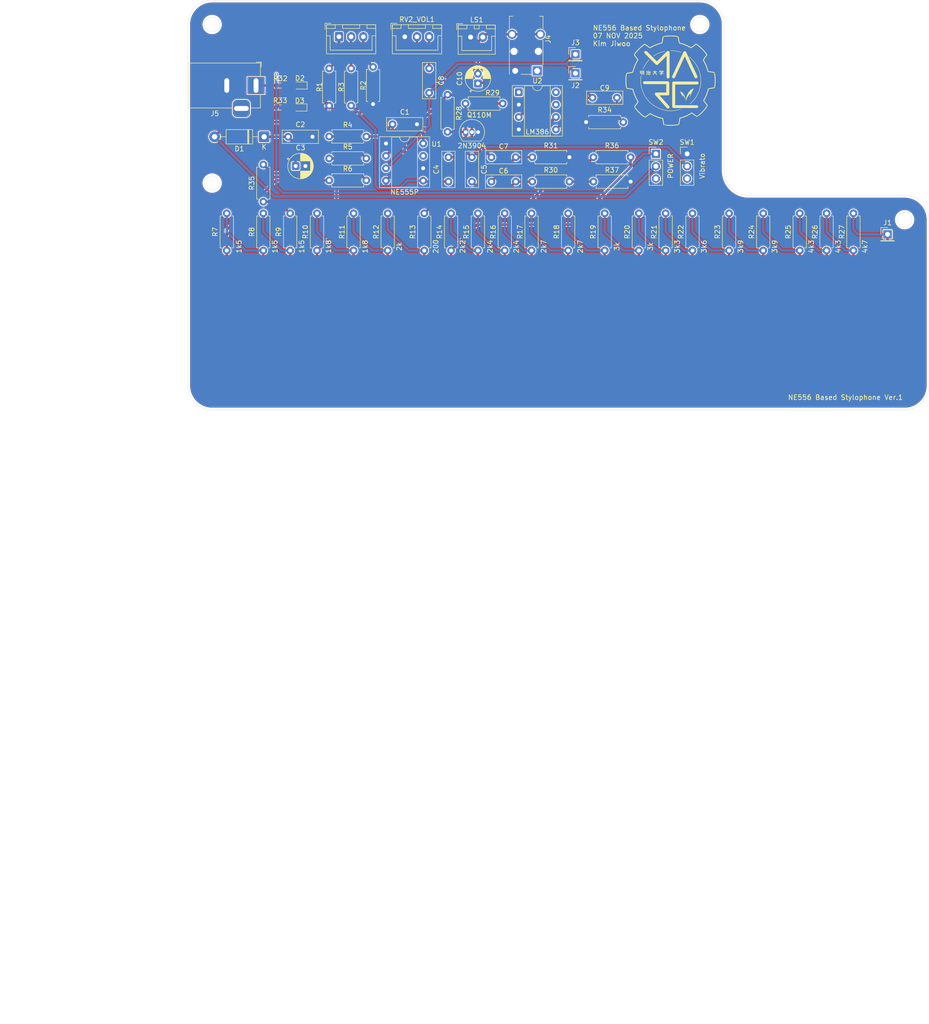
<source format=kicad_pcb>
(kicad_pcb (version 20241229) (generator "pcbnew") (generator_version "9.0")
  (layers (0 "F.Cu" signal) (2 "B.Cu" signal) (13 "F.Paste" user) (15 "B.Paste" user) (5 "F.SilkS" user "F.Silkscreen") (7 "B.SilkS" user "B.Silkscreen") (1 "F.Mask" user) (3 "B.Mask" user) (25 "Edge.Cuts" user))
  (net 0 "")
  (net 1 "Net-(U1-TR)")
  (net 2 "GND")
  (net 3 "Net-(D1-K)")
  (net 4 "Net-(Q1-C)")
  (net 5 "Net-(U1-CV)")
  (net 6 "Net-(C5-Pad2)")
  (net 7 "Net-(C6-Pad2)")
  (net 8 "Net-(Q1-B)")
  (net 9 "Net-(C8-Pad1)")
  (net 10 "Net-(J2-Pin_1)")
  (net 11 "Net-(C10-Pad1)")
  (net 12 "Net-(C10-Pad2)")
  (net 13 "+5V")
  (net 14 "Net-(D2-A)")
  (net 15 "Net-(D3-A)")
  (net 17 "Net-(SW2-A)")
  (net 18 "Net-(R1-Pad2)")
  (net 19 "Net-(R2-Pad1)")
  (net 20 "Net-(R3-Pad1)")
  (net 21 "Net-(R4-Pad1)")
  (net 22 "Net-(R5-Pad1)")
  (net 23 "/Key1")
  (net 24 "/Key2")
  (net 25 "/Key22")
  (net 26 "/Key3")
  (net 27 "/Key4")
  (net 28 "/Key5")
  (net 29 "/Key6")
  (net 30 "/Key7")
  (net 31 "/Key8")
  (net 32 "/Key9")
  (net 33 "/Key10")
  (net 34 "/Key11")
  (net 35 "/Key12")
  (net 36 "/Key13")
  (net 37 "/Key14")
  (net 38 "/Key15")
  (net 39 "/Key16")
  (net 40 "/Key17")
  (net 41 "/Key18")
  (net 42 "/Key19")
  (net 43 "/Key20")
  (net 44 "Net-(U2-+)")
  (net 49 "Net-(C9-Pad1)")
  (net 50 "/Key21")
  (net 51 "Net-(R35-Pad1)")
  (net 52 "Net-(R30-Pad2)")
  (net 53 "Net-(R13-Pad2)")
  (footprint "Resistor_THT:R_Axial_DIN0207_L6.3mm_D2.5mm_P7.62mm_Horizontal" (layer "F.Cu") (at 111 96.31 90)
    (property "Reference" "R12")
    (property "Value" "2k")
  )
  (footprint "LOGO" (layer "F.Cu") (at 169 61.5)
    (property "Reference" "G***" (hide yes))
    (property "Value" "LOGO" (hide yes))
  )
  (footprint "Package_DIP:DIP-8_W7.62mm_Socket" (layer "F.Cu") (at 110.649775 74.38)
    (property "Reference" "U1")
    (property "Value" "NE555P")
  )
  (footprint "Resistor_THT:R_Axial_DIN0207_L6.3mm_D2.5mm_P7.62mm_Horizontal" (layer "F.Cu") (at 124 96.31 90)
    (property "Reference" "R14")
    (property "Value" "2k2")
  )
  (footprint "Resistor_THT:R_Axial_DIN0207_L6.3mm_D2.5mm_P7.62mm_Horizontal" (layer "F.Cu") (at 123.269775 64.38 -90)
    (property "Reference" "R28")
    (property "Value" "68k")
  )
  (footprint "Capacitor_THT:CP_Radial_D5.0mm_P2.00mm" (layer "F.Cu") (at 92.124888 79)
    (property "Reference" "C3")
    (property "Value" "100u")
  )
  (footprint "Connector_BarrelJack:BarrelJack_Horizontal" (layer "F.Cu") (at 84 62.5)
    (property "Reference" "J5")
    (property "Value" "Barrel_Jack")
  )
  (footprint "Resistor_THT:R_Axial_DIN0207_L6.3mm_D2.5mm_P7.62mm_Horizontal" (layer "F.Cu") (at 162.5 96.31 90)
    (property "Reference" "R20")
    (property "Value" "3k")
  )
  (footprint "Resistor_THT:R_Axial_DIN0207_L6.3mm_D2.5mm_P7.62mm_Horizontal" (layer "F.Cu") (at 99 77.44)
    (property "Reference" "R5")
    (property "Value" "12k")
  )
  (footprint "Package_TO_SOT_THT:TO-92_Inline" (layer "F.Cu") (at 126.999775 72.05)
    (property "Reference" "Q1")
    (property "Value" "2N3904")
  )
  (footprint "Capacitor_THT:C_Rect_L7.2mm_W2.5mm_P5.00mm_FKS2_FKP2_MKS2_MKP2" (layer "F.Cu") (at 158 65 180)
    (property "Reference" "C9")
    (property "Value" "1u")
  )
  (footprint "Connector_PinHeader_2.54mm:PinHeader_1x01_P2.54mm_Vertical" (layer "F.Cu") (at 149.5 60)
    (property "Reference" "J2")
    (property "Value" "Stylus")
  )
  (footprint "Resistor_THT:R_Axial_DIN0207_L6.3mm_D2.5mm_P7.62mm_Horizontal" (layer "F.Cu") (at 173.5 96.31 90)
    (property "Reference" "R22")
    (property "Value" "3k6")
  )
  (footprint "Resistor_THT:R_Axial_DIN0207_L6.3mm_D2.5mm_P7.62mm_Horizontal" (layer "F.Cu") (at 129.5 96.31 90)
    (property "Reference" "R15")
    (property "Value" "2k4")
  )
  (footprint "Resistor_THT:R_Axial_DIN0207_L6.3mm_D2.5mm_P7.62mm_Horizontal" (layer "F.Cu") (at 85.5 86.31 90)
    (property "Reference" "R35")
    (property "Value" "100")
  )
  (footprint "Connector_JST:JST_XH_B3B-XH-A_1x03_P2.50mm_Vertical" (layer "F.Cu") (at 114.5 52.5)
    (property "Reference" "RV2_VOL1")
    (property "Value" "10k")
  )
  (footprint "Resistor_THT:R_Axial_DIN0207_L6.3mm_D2.5mm_P7.62mm_Horizontal" (layer "F.Cu") (at 99 81.94)
    (property "Reference" "R6")
    (property "Value" "560")
  )
  (footprint "Resistor_THT:R_Axial_DIN0207_L6.3mm_D2.5mm_P7.62mm_Horizontal" (layer "F.Cu") (at 201 96.31 90)
    (property "Reference" "R26")
    (property "Value" "4k3")
  )
  (footprint "Package_DIP:DIP-8_W7.62mm_Socket" (layer "F.Cu") (at 137.88 63.88)
    (property "Reference" "U2")
    (property "Value" "LM386")
  )
  (footprint "Resistor_THT:R_Axial_DIN0207_L6.3mm_D2.5mm_P7.62mm_Horizontal" (layer "F.Cu") (at 153.19 77.19)
    (property "Reference" "R36")
    (property "Value" "2k")
  )
  (footprint "Resistor_THT:R_Axial_DIN0207_L6.3mm_D2.5mm_P7.62mm_Horizontal" (layer "F.Cu") (at 140.5 96.31 90)
    (property "Reference" "R17")
    (property "Value" "2k7")
  )
  (footprint "Resistor_THT:R_Axial_DIN0207_L6.3mm_D2.5mm_P7.62mm_Horizontal" (layer "F.Cu") (at 99 66.62 90)
    (property "Reference" "R1")
    (property "Value" "1k")
  )
  (footprint "Capacitor_THT:C_Rect_L7.2mm_W2.5mm_P5.00mm_FKS2_FKP2_MKS2_MKP2" (layer "F.Cu") (at 90.58 73)
    (property "Reference" "C2")
    (property "Value" "0.1u")
  )
  (footprint "Capacitor_THT:C_Rect_L7.2mm_W2.5mm_P5.00mm_FKS2_FKP2_MKS2_MKP2" (layer "F.Cu") (at 112 70.44)
    (property "Reference" "C1")
    (property "Value" "1u")
  )
  (footprint "Diode_THT:D_DO-41_SOD81_P10.16mm_Horizontal" (layer "F.Cu") (at 85.66 73 180)
    (property "Reference" "D1")
    (property "Value" "1N4007")
  )
  (footprint "Resistor_THT:R_Axial_DIN0207_L6.3mm_D2.5mm_P7.62mm_Horizontal" (layer "F.Cu") (at 159.31 70 180)
    (property "Reference" "R34")
    (property "Value" "10R")
  )
  (footprint "Resistor_THT:R_Axial_DIN0207_L6.3mm_D2.5mm_P7.62mm_Horizontal" (layer "F.Cu") (at 153.19 82.19)
    (property "Reference" "R37")
    (property "Value" "2k")
  )
  (footprint "Capacitor_THT:C_Rect_L7.2mm_W2.5mm_P5.00mm_FKS2_FKP2_MKS2_MKP2" (layer "F.Cu") (at 137.269775 82.19 180)
    (property "Reference" "C6")
    (property "Value" "0.1u")
  )
  (footprint "Resistor_THT:R_Axial_DIN0207_L6.3mm_D2.5mm_P7.62mm_Horizontal" (layer "F.Cu") (at 188 96.31 90)
    (property "Reference" "R24")
    (property "Value" "3k9")
  )
  (footprint "Connector_PinHeader_2.54mm:PinHeader_1x01_P2.54mm_Vertical" (layer "F.Cu") (at 213.5 93)
    (property "Reference" "J1")
    (property "Value" "NULL")
  )
  (footprint "Connector_JST:JST_XH_B2B-XH-A_1x02_P2.50mm_Vertical" (layer "F.Cu") (at 128 52.58)
    (property "Reference" "LS1")
    (property "Value" "Speaker")
  )
  (footprint "LED_SMD:LED_0603_1608Metric" (layer "F.Cu") (at 92.9625 67 180)
    (property "Reference" "D3")
    (property "Value" "LED_BLU")
  )
  (footprint "Resistor_THT:R_Axial_DIN0207_L6.3mm_D2.5mm_P7.62mm_Horizontal" (layer "F.Cu") (at 104 96.31 90)
    (property "Reference" "R11")
    (property "Value" "1k8")
  )
  (footprint "Resistor_THT:R_Axial_DIN0207_L6.3mm_D2.5mm_P7.62mm_Horizontal" (layer "F.Cu") (at 206.5 96.31 90)
    (property "Reference" "R27")
    (property "Value" "4k7")
  )
  (footprint "Resistor_THT:R_Axial_DIN0207_L6.3mm_D2.5mm_P7.62mm_Horizontal" (layer "F.Cu") (at 96.5 96.31 90)
    (property "Reference" "R10")
    (property "Value" "1k8")
  )
  (footprint "Resistor_THT:R_Axial_DIN0207_L6.3mm_D2.5mm_P7.62mm_Horizontal" (layer "F.Cu") (at 135 96.31 90)
    (property "Reference" "R16")
    (property "Value" "2k4")
  )
  (footprint "Connector_PinHeader_2.54mm:PinHeader_1x03_P2.54mm_Vertical" (layer "F.Cu") (at 172.4 76.5)
    (property "Reference" "SW1")
    (property "Value" "Vibrato")
  )
  (footprint "Resistor_THT:R_Axial_DIN0207_L6.3mm_D2.5mm_P7.62mm_Horizontal" (layer "F.Cu") (at 181 96.31 90)
    (property "Reference" "R23")
    (property "Value" "3k9")
  )
  (footprint "Resistor_THT:R_Axial_DIN0207_L6.3mm_D2.5mm_P7.62mm_Horizontal" (layer "F.Cu") (at 91 96.31 90)
    (property "Reference" "R9")
    (property "Value" "1k5")
  )
  (footprint "Capacitor_THT:CP_Radial_D5.0mm_P2.00mm" (layer "F.Cu") (at 129.5 62.08 90)
    (property "Reference" "C10")
    (property "Value" "100u")
  )
  (footprint "Resistor_THT:R_Axial_DIN0207_L6.3mm_D2.5mm_P7.62mm_Horizontal" (layer "F.Cu") (at 103.5 59 -90)
    (property "Reference" "R3")
    (property "Value" "4k7")
  )
  (footprint "Resistor_THT:R_Axial_DIN0207_L6.3mm_D2.5mm_P7.62mm_Horizontal" (layer "F.Cu") (at 140.649775 82.19)
    (property "Reference" "R30")
    (property "Value" "58k")
  )
  (footprint "Connector_PinHeader_2.54mm:PinHeader_1x01_P2.54mm_Vertical" (layer "F.Cu") (at 149.5 56.09)
    (property "Reference" "J3")
    (property "Value" "Spare")
  )
  (footprint "Resistor_THT:R_Axial_DIN0207_L6.3mm_D2.5mm_P7.62mm_Horizontal" (layer "F.Cu") (at 126.959775 66.19)
    (property "Reference" "R29")
    (property "Value" "10M")
  )
  (footprint "Connector_JST:JST_XH_B3B-XH-A_1x03_P2.50mm_Vertical" (layer "F.Cu") (at 101 52.5)
    (property "Reference" "RV1_TONE1" (hide yes))
    (property "Value" "4k7")
  )
  (footprint "Resistor_THT:R_Axial_DIN0207_L6.3mm_D2.5mm_P7.62mm_Horizontal" (layer "F.Cu") (at 78 96.31 90)
    (property "Reference" "R7")
    (property "Value" "1k5")
  )
  (footprint "Resistor_THT:R_Axial_DIN0207_L6.3mm_D2.5mm_P7.62mm_Horizontal" (layer "F.Cu") (at 155.5 96.31 90)
    (property "Reference" "R19")
    (property "Value" "3k")
  )
  (footprint "Resistor_THT:R_Axial_DIN0207_L6.3mm_D2.5mm_P7.62mm_Horizontal" (layer "F.Cu") (at 85.5 96.31 90)
    (property "Reference" "R8")
    (property "Value" "1k5")
  )
  (footprint "Capacitor_THT:C_Rect_L7.2mm_W2.5mm_P5.00mm_FKS2_FKP2_MKS2_MKP2" (layer "F.Cu") (at 119.5 59 -90)
    (property "Reference" "C8")
    (property "Value" "1u")
  )
  (footprint "Resistor_THT:R_Axial_DIN0207_L6.3mm_D2.5mm_P7.62mm_Horizontal" (layer "F.Cu") (at 168 96.31 90)
    (property "Reference" "R21")
    (property "Value" "3k3")
  )
  (footprint "Capacitor_THT:C_Rect_L7.2mm_W2.5mm_P5.00mm_FKS2_FKP2_MKS2_MKP2" (layer "F.Cu") (at 137.269775 77.19 180)
    (property "Reference" "C7")
    (property "Value" "0.1u")
  )
  (footprint "Resistor_THT:R_Axial_DIN0207_L6.3mm_D2.5mm_P7.62mm_Horizontal" (layer "F.Cu") (at 99 72.94)
    (property "Reference" "R4")
    (property "Value" "12k")
  )
  (footprint "Capacitor_THT:C_Rect_L7.2mm_W2.5mm_P5.00mm_FKS2_FKP2_MKS2_MKP2" (layer "F.Cu") (at 128.269775 77.19 -90)
    (property "Reference" "C5")
    (property "Value" "0.1u")
  )
  (footprint "Resistor_THT:R_Axial_DIN0207_L6.3mm_D2.5mm_P7.62mm_Horizontal" (layer "F.Cu") (at 195.5 96.31 90)
    (property "Reference" "R25")
    (property "Value" "4k3")
  )
  (footprint "Capacitor_THT:C_Rect_L7.2mm_W2.5mm_P5.00mm_FKS2_FKP2_MKS2_MKP2" (layer "F.Cu") (at 123.459775 82.19 90)
    (property "Reference" "C4")
    (property "Value" "0.1u")
  )
  (footprint "Connector_PinHeader_2.54mm:PinHeader_1x03_P2.54mm_Vertical" (layer "F.Cu") (at 166 76.5)
    (property "Reference" "SW2")
    (property "Value" "POWER")
  )
  (footprint "Resistor_SMD:R_0603_1608Metric" (layer "F.Cu") (at 89 62.5)
    (property "Reference" "R32")
    (property "Value" "680")
  )
  (footprint "Connector_Audio:Jack_3.5mm_Switronic_ST-005-G_horizontal" (layer "F.Cu") (at 139.4 53 -90)
    (property "Reference" "J4")
    (property "Value" "AudioPlug3")
  )
  (footprint "Resistor_SMD:R_0603_1608Metric" (layer "F.Cu") (at 88.9625 67)
    (property "Reference" "R33")
    (property "Value" "220")
  )
  (footprint "LED_SMD:LED_0603_1608Metric" (layer "F.Cu") (at 93 62.5 180)
    (property "Reference" "D2")
    (property "Value" "LED_RED")
  )
  (footprint "Resistor_THT:R_Axial_DIN0207_L6.3mm_D2.5mm_P7.62mm_Horizontal" (layer "F.Cu") (at 118.5 96.31 90)
    (property "Reference" "R13")
    (property "Value" "200")
  )
  (footprint "Resistor_THT:R_Axial_DIN0207_L6.3mm_D2.5mm_P7.62mm_Horizontal" (layer "F.Cu") (at 108 58.69 -90)
    (property "Reference" "R2")
    (property "Value" "3k3")
  )
  (footprint "Resistor_THT:R_Axial_DIN0207_L6.3mm_D2.5mm_P7.62mm_Horizontal" (layer "F.Cu") (at 148 96.31 90)
    (property "Reference" "R18")
    (property "Value" "2k7")
  )
  (footprint "Resistor_THT:R_Axial_DIN0207_L6.3mm_D2.5mm_P7.62mm_Horizontal" (layer "F.Cu") (at 140.649775 77.19)
    (property "Reference" "R31")
    (property "Value" "68k")
  )
  (gr_line (start 75 129) (end 217 129) (stroke (width 0.05)) (layer "Edge.Cuts"))
  (gr_line (start 222 90) (end 222 124) (stroke (width 0.05)) (layer "Edge.Cuts"))
  (gr_arc (start 217 85) (mid 220.535534 86.464466) (end 222 90) (stroke (width 0.05)) (layer "Edge.Cuts"))
  (gr_arc (start 75 129) (mid 71.464466 127.535534) (end 70 124) (stroke (width 0.05)) (layer "Edge.Cuts"))
  (gr_circle (center 217 90) (end 217 88.5) (stroke (width 0.05)) (fill no) (layer "Edge.Cuts"))
  (gr_arc (start 185 85) (mid 181.464466 83.535534) (end 180 80) (stroke (width 0.05)) (layer "Edge.Cuts"))
  (gr_circle (center 175 50) (end 175 48.5) (stroke (width 0.05)) (fill no) (layer "Edge.Cuts"))
  (gr_line (start 217 85) (end 185 85) (stroke (width 0.05)) (layer "Edge.Cuts"))
  (gr_line (start 75 45) (end 175 45) (stroke (width 0.05)) (layer "Edge.Cuts"))
  (gr_line (start 70 124) (end 70 50) (stroke (width 0.05)) (layer "Edge.Cuts"))
  (gr_arc (start 222 124) (mid 220.535534 127.535534) (end 217 129) (stroke (width 0.05)) (layer "Edge.Cuts"))
  (gr_arc (start 175 45) (mid 178.535534 46.464466) (end 180 50) (stroke (width 0.05)) (layer "Edge.Cuts"))
  (gr_arc (start 70 50) (mid 71.464466 46.464466) (end 75 45) (stroke (width 0.05)) (layer "Edge.Cuts"))
  (gr_line (start 180 80) (end 180 50) (stroke (width 0.05)) (layer "Edge.Cuts"))
  (gr_circle (center 75 50) (end 76.5 50) (stroke (width 0.05)) (fill no) (layer "Edge.Cuts"))
  (gr_circle (center 75 82.5) (end 75 81) (stroke (width 0.05)) (fill no) (layer "Edge.Cuts"))
  (gr_text "NE556 Based Stylophone Ver.1" (at 193 127 0) (layer "F.SilkS") (effects (font (size 1 1)) (justify left bottom)))
  (gr_text "NE556 Based Stylophone\n07 NOV 2025\nKim Jiwoo" (at 153 54.5 0) (layer "F.SilkS") (effects (font (size 1 1)) (justify left bottom)))
  (segment (start 106.64 72.92) (end 106.62 72.94) (width 0.5) (layer "F.Cu") (net 1))
  (segment (start 110.629775 76.94) (end 110.649775 76.92) (width 0.5) (layer "F.Cu") (net 1))
  (segment (start 109.5 72.94) (end 112 70.44) (width 0.5) (layer "F.Cu") (net 1))
  (segment (start 112 70.44) (end 112 75.569775) (width 0.5) (layer "F.Cu") (net 1))
  (segment (start 112 75.569775) (end 110.649775 76.92) (width 0.5) (layer "F.Cu") (net 1))
  (segment (start 106.62 72.94) (end 109.5 72.94) (width 0.5) (layer "F.Cu") (net 1))
  (segment (start 87.662304 67.926) (end 87 67.263696) (width 0.5) (layer "F.Cu") (net 2))
  (segment (start 117 78.190225) (end 118.269775 79.46) (width 0.5) (layer "F.Cu") (net 2))
  (segment (start 92.824 67.926) (end 87.662304 67.926) (width 0.5) (layer "F.Cu") (net 2))
  (segment (start 93.75 67) (end 92.824 67.926) (width 0.5) (layer "F.Cu") (net 2))
  (segment (start 94.124888 74.455112) (end 95.58 73) (width 0.5) (layer "F.Cu") (net 2))
  (segment (start 91.5865 64.701) (end 87 64.701) (width 0.5) (layer "F.Cu") (net 2))
  (segment (start 117 70.44) (end 117 78.190225) (width 0.5) (layer "F.Cu") (net 2))
  (segment (start 87 67.263696) (end 87 64.701) (width 0.5) (layer "F.Cu") (net 2))
  (segment (start 80.201 64.701) (end 78 62.5) (width 0.5) (layer "F.Cu") (net 2))
  (segment (start 87 64.701) (end 80.201 64.701) (width 0.5) (layer "F.Cu") (net 2))
  (segment (start 93.7875 62.5) (end 91.5865 64.701) (width 0.5) (layer "F.Cu") (net 2))
  (segment (start 94.124888 79) (end 94.124888 74.455112) (width 0.5) (layer "F.Cu") (net 2))
  (segment (start 90.58 73) (end 92.08 74.5) (width 0.5) (layer "F.Cu") (net 3))
  (segment (start 92.08 74.5) (end 92.08 78.955112) (width 0.5) (layer "F.Cu") (net 3))
  (segment (start 85.66 73) (end 90.58 73) (width 0.5) (layer "F.Cu") (net 3))
  (segment (start 126.999775 75.92) (end 126.999775 72.05) (width 0.5) (layer "F.Cu") (net 4))
  (segment (start 128.269775 77.19) (end 126.999775 75.92) (width 0.5) (layer "F.Cu") (net 4))
  (segment (start 123.459775 77.19) (end 125.729775 77.19) (width 0.5) (layer "F.Cu") (net 4))
  (segment (start 125.729775 77.19) (end 126.999775 75.92) (width 0.5) (layer "F.Cu") (net 4))
  (segment (start 126.959775 66.19) (end 126.959775 72.01) (width 0.5) (layer "F.Cu") (net 4))
  (segment (start 123.269775 72) (end 126.949775 72) (width 0.5) (layer "F.Cu") (net 4))
  (segment (start 126.949775 72) (end 126.999775 72.05) (width 0.5) (layer "F.Cu") (net 4))
  (segment (start 126.959775 72.01) (end 126.999775 72.05) (width 0.5) (layer "F.Cu") (net 4))
  (segment (start 168.479 75.119) (end 130.340775 75.119) (width 0.5) (layer "B.Cu") (net 4))
  (segment (start 172.4 79.04) (end 168.479 75.119) (width 0.5) (layer "B.Cu") (net 4))
  (segment (start 130.340775 75.119) (end 128.269775 77.19) (width 0.5) (layer "B.Cu") (net 4))
  (segment (start 118.459775 82.19) (end 118.269775 82) (width 0.5) (layer "F.Cu") (net 5))
  (segment (start 123.459775 82.19) (end 118.459775 82.19) (width 0.5) (layer "F.Cu") (net 5))
  (segment (start 109 83.5) (end 113.5 83.5) (width 0.5) (layer "B.Cu") (net 5))
  (segment (start 108.5 83) (end 109 83.5) (width 0.5) (layer "B.Cu") (net 5))
  (segment (start 108.5 71.62) (end 108.5 83) (width 0.5) (layer "B.Cu") (net 5))
  (segment (start 115 82) (end 118.269775 82) (width 0.5) (layer "B.Cu") (net 5))
  (segment (start 103.5 66.62) (end 108.5 71.62) (width 0.5) (layer "B.Cu") (net 5))
  (segment (start 113.5 83.5) (end 115 82) (width 0.5) (layer "B.Cu") (net 5))
  (segment (start 135.959775 83.5) (end 137.269775 82.19) (width 0.5) (layer "F.Cu") (net 6))
  (segment (start 129.579775 83.5) (end 135.959775 83.5) (width 0.5) (layer "F.Cu") (net 6))
  (segment (start 140.649775 82.19) (end 137.269775 82.19) (width 0.5) (layer "F.Cu") (net 6))
  (segment (start 128.269775 82.19) (end 129.579775 83.5) (width 0.5) (layer "F.Cu") (net 6))
  (segment (start 132.269775 82.19) (end 137.269775 77.19) (width 0.5) (layer "F.Cu") (net 7))
  (segment (start 140.649775 77.19) (end 137.269775 77.19) (width 0.5) (layer "F.Cu") (net 7))
  (segment (start 128.269775 73.19) (end 132.269775 77.19) (width 0.5) (layer "F.Cu") (net 8))
  (segment (start 128.269775 72.05) (end 128.269775 73.19) (width 0.5) (layer "F.Cu") (net 8))
  (segment (start 128.269775 72.05) (end 128.269775 70.8) (width 0.5) (layer "F.Cu") (net 8))
  (segment (start 128.269775 70.8) (end 132.879775 66.19) (width 0.5) (layer "F.Cu") (net 8))
  (segment (start 132.879775 66.19) (end 134.579775 66.19) (width 0.5) (layer "F.Cu") (net 8))
  (segment (start 119.5 59) (end 119.5 52.5) (width 0.5) (layer "F.Cu") (net 9))
  (segment (start 125.401 58.099) (end 147.491 58.099) (width 0.5) (layer "B.Cu") (net 10))
  (segment (start 119.5 64) (end 119.5 70.609775) (width 0.5) (layer "B.Cu") (net 10))
  (segment (start 119.5 64) (end 125.401 58.099) (width 0.5) (layer "B.Cu") (net 10))
  (segment (start 147.491 58.099) (end 149.5 56.09) (width 0.5) (layer "B.Cu") (net 10))
  (segment (start 149.5 60) (end 147.599 58.099) (width 0.5) (layer "B.Cu") (net 10))
  (segment (start 119.5 70.609775) (end 110.649775 79.46) (width 0.5) (layer "B.Cu") (net 10))
  (segment (start 147.599 58.099) (end 147.491 58.099) (width 0.5) (layer "B.Cu") (net 10))
  (segment (start 149.928 61.928) (end 129.652 61.928) (width 0.5) (layer "F.Cu") (net 11))
  (segment (start 145.5 71.5) (end 152 65) (width 0.5) (layer "F.Cu") (net 11))
  (segment (start 129.652 61.928) (end 129.5 62.08) (width 0.5) (layer "F.Cu") (net 11))
  (segment (start 152 65) (end 153 65) (width 0.5) (layer "F.Cu") (net 11))
  (segment (start 153 65) (end 149.928 61.928) (width 0.5) (layer "F.Cu") (net 11))
  (segment (start 142.3 52) (end 136.5 52) (width 0.5) (layer "F.Cu") (net 12))
  (segment (start 129.5 53.58) (end 130.5 52.58) (width 0.5) (layer "F.Cu") (net 12))
  (segment (start 129.5 60.08) (end 129.5 53.58) (width 0.5) (layer "F.Cu") (net 12))
  (segment (start 136.5 52) (end 131.08 52) (width 0.5) (layer "F.Cu") (net 12))
  (segment (start 131.08 52) (end 130.5 52.58) (width 0.5) (layer "F.Cu") (net 12))
  (segment (start 98.38 66) (end 89.1375 66) (width 0.5) (layer "F.Cu") (net 13))
  (segment (start 75.5 73) (end 78.5 70) (width 0.5) (layer "F.Cu") (net 13))
  (segment (start 99 66.62) (end 98.38 66) (width 0.5) (layer "F.Cu") (net 13))
  (segment (start 136 64.38) (end 123.269775 64.38) (width 0.5) (layer "F.Cu") (net 13))
  (segment (start 100.38 68) (end 116.329182 68) (width 0.5) (layer "F.Cu") (net 13))
  (segment (start 118.269775 70.5) (end 118.269775 69.940594) (width 0.5) (layer "F.Cu") (net 13))
  (segment (start 144.249 70.211) (end 137.361818 70.211) (width 0.5) (layer "F.Cu") (net 13))
  (segment (start 118.269775 69.38) (end 118.269775 70.5) (width 0.5) (layer "F.Cu") (net 13))
  (segment (start 117.518181 69.189) (end 116.481818 69.189) (width 0.5) (layer "F.Cu") (net 13))
  (segment (start 118.269775 69.940594) (end 117.518181 69.189) (width 0.5) (layer "F.Cu") (net 13))
  (segment (start 118.269775 69.940593) (end 118.269775 74.38) (width 0.5) (layer "F.Cu") (net 13))
  (segment (start 118.269775 74.38) (end 118.269775 70.5) (width 0.5) (layer "F.Cu") (net 13))
  (segment (start 114.5 78.149775) (end 110.649775 82) (width 0.5) (layer "F.Cu") (net 13))
  (segment (start 123.269775 64.38) (end 118.269775 69.38) (width 0.5) (layer "F.Cu") (net 13))
  (segment (start 137.361818 70.211) (end 136 68.849182) (width 0.5) (layer "F.Cu") (net 13))
  (segment (start 116.481818 69.189) (end 114.5 71.170818) (width 0.5) (layer "F.Cu") (net 13))
  (segment (start 116.329182 68) (end 118.269775 69.940593) (width 0.5) (layer "F.Cu") (net 13))
  (segment (start 145.5 68.96) (end 144.249 70.211) (width 0.5) (layer "F.Cu") (net 13))
  (segment (start 136 68.849182) (end 136 64.38) (width 0.5) (layer "F.Cu") (net 13))
  (segment (start 114.5 71.170818) (end 114.5 78.149775) (width 0.5) (layer "F.Cu") (net 13))
  (segment (start 78.5 70) (end 95.62 70) (width 0.5) (layer "F.Cu") (net 13))
  (segment (start 95.62 70) (end 99 66.62) (width 0.5) (layer "F.Cu") (net 13))
  (segment (start 89.1375 66) (end 88.1375 67) (width 0.5) (layer "F.Cu") (net 13))
  (segment (start 99 66.62) (end 100.38 68) (width 0.5) (layer "F.Cu") (net 13))
  (segment (start 87.75 85.25) (end 159.79 85.25) (width 0.5) (layer "B.Cu") (net 13))
  (segment (start 159.79 85.25) (end 166 79.04) (width 0.5) (layer "B.Cu") (net 13))
  (segment (start 75.5 73) (end 87.75 85.25) (width 0.5) (layer "B.Cu") (net 13))
  (segment (start 89.825 62.5) (end 92.2125 62.5) (width 0.5) (layer "F.Cu") (net 14))
  (segment (start 89.7875 67) (end 92.175 67) (width 0.5) (layer "F.Cu") (net 15))
  (segment (start 84 62.5) (end 84.926 61.574) (width 0.5) (layer "F.Cu") (net 17))
  (segment (start 84 62.5) (end 88.175 62.5) (width 0.5) (layer "F.Cu") (net 17))
  (segment (start 88.175 62.5) (end 88.175 60.175) (width 0.5) (layer "F.Cu") (net 17))
  (via (at 88.175 60.175) (size 0.6) (drill 0.3) (layers "F.Cu" "B.Cu") (net 17))
  (segment (start 88.175 83.175) (end 89.5 84.5) (width 0.5) (layer "B.Cu") (net 17))
  (segment (start 163.5 76.5) (end 166 76.5) (width 0.5) (layer "B.Cu") (net 17))
  (segment (start 89.5 84.5) (end 155.5 84.5) (width 0.5) (layer "B.Cu") (net 17))
  (segment (start 155.5 84.5) (end 163.5 76.5) (width 0.5) (layer "B.Cu") (net 17))
  (segment (start 88.175 60.175) (end 88.175 83.175) (width 0.5) (layer "B.Cu") (net 17))
  (segment (start 101 52.5) (end 101 57) (width 0.5) (layer "F.Cu") (net 18))
  (segment (start 101 57) (end 99 59) (width 0.5) (layer "F.Cu") (net 18))
  (segment (start 106 52.5) (end 106 56.69) (width 0.5) (layer "F.Cu") (net 19))
  (segment (start 106 56.69) (end 108 58.69) (width 0.5) (layer "F.Cu") (net 19))
  (segment (start 103.5 59) (end 103.5 52.5) (width 0.5) (layer "F.Cu") (net 20))
  (segment (start 99 72.94) (end 102.12 72.94) (width 0.5) (layer "F.Cu") (net 21))
  (segment (start 102.12 72.94) (end 106.62 77.44) (width 0.5) (layer "F.Cu") (net 21))
  (segment (start 99 77.44) (end 102.12 77.44) (width 0.5) (layer "F.Cu") (net 22))
  (segment (start 102.12 77.44) (end 106.62 81.94) (width 0.5) (layer "F.Cu") (net 22))
  (segment (start 78 96.31) (end 78 92.040818) (width 0.5) (layer "F.Cu") (net 23))
  (segment (start 88.100818 81.94) (end 99 81.94) (width 0.5) (layer "F.Cu") (net 23))
  (segment (start 78 92.040818) (end 88.100818 81.94) (width 0.5) (layer "F.Cu") (net 23))
  (segment (start 78 99) (end 78 96.31) (width 0.5) (layer "F.Cu") (net 23))
  (segment (start 85.5 96.31) (end 85.5 99) (width 0.5) (layer "F.Cu") (net 24))
  (segment (start 81.81 96.31) (end 85.5 96.31) (width 0.5) (layer "B.Cu") (net 24))
  (segment (start 78 92.5) (end 81.81 96.31) (width 0.5) (layer "B.Cu") (net 24))
  (segment (start 78 88.69) (end 78 92.5) (width 0.5) (layer "B.Cu") (net 24))
  (segment (start 213.5 93) (end 213.5 96.5) (width 0.5) (layer "F.Cu") (net 25))
  (segment (start 213.5 96.5) (end 214 97) (width 0.5) (layer "F.Cu") (net 25))
  (segment (start 214 97) (end 214 99) (width 0.5) (layer "F.Cu") (net 25))
  (segment (start 206.5 92) (end 207.5 93) (width 0.5) (layer "B.Cu") (net 25))
  (segment (start 207.5 93) (end 213.5 93) (width 0.5) (layer "B.Cu") (net 25))
  (segment (start 206.5 88.69) (end 206.5 92) (width 0.5) (layer "B.Cu") (net 25))
  (segment (start 91 96.31) (end 91 99) (width 0.5) (layer "F.Cu") (net 26))
  (segment (start 89.31 96.31) (end 91 96.31) (width 0.5) (layer "B.Cu") (net 26))
  (segment (start 85.5 88.69) (end 85.5 92.5) (width 0.5) (layer "B.Cu") (net 26))
  (segment (start 85.5 92.5) (end 89.31 96.31) (width 0.5) (layer "B.Cu") (net 26))
  (segment (start 100.5 92.31) (end 96.5 96.31) (width 0.5) (layer "F.Cu") (net 27))
  (segment (start 100.5 81.5) (end 100.5 92.31) (width 0.5) (layer "F.Cu") (net 27))
  (segment (start 85.5 78.69) (end 87.31 80.5) (width 0.5) (layer "F.Cu") (net 27))
  (segment (start 99.5 80.5) (end 100.5 81.5) (width 0.5) (layer "F.Cu") (net 27))
  (segment (start 87.31 80.5) (end 99.5 80.5) (width 0.5) (layer "F.Cu") (net 27))
  (segment (start 96.5 96.31) (end 96.5 99) (width 0.5) (layer "F.Cu") (net 27))
  (segment (start 104 96.31) (end 104 99) (width 0.5) (layer "F.Cu") (net 28))
  (segment (start 100.31 96.31) (end 104 96.31) (width 0.5) (layer "B.Cu") (net 28))
  (segment (start 96.5 88.69) (end 96.5 92.5) (width 0.5) (layer "B.Cu") (net 28))
  (segment (start 96.5 92.5) (end 100.31 96.31) (width 0.5) (layer "B.Cu") (net 28))
  (segment (start 111 96.31) (end 111 99) (width 0.5) (layer "F.Cu") (net 29))
  (segment (start 104 88.69) (end 104 92.5) (width 0.5) (layer "B.Cu") (net 29))
  (segment (start 104 92.5) (end 107.81 96.31) (width 0.5) (layer "B.Cu") (net 29))
  (segment (start 107.81 96.31) (end 111 96.31) (width 0.5) (layer "B.Cu") (net 29))
  (segment (start 118.5 96.31) (end 118.5 99) (width 0.5) (layer "F.Cu") (net 30))
  (segment (start 111 88.69) (end 111 92) (width 0.5) (layer "B.Cu") (net 30))
  (segment (start 115.31 96.31) (end 118.5 96.31) (width 0.5) (layer "B.Cu") (net 30))
  (segment (start 111 92) (end 115.31 96.31) (width 0.5) (layer "B.Cu") (net 30))
  (segment (start 124 96.31) (end 124 99) (width 0.5) (layer "F.Cu") (net 31))
  (segment (start 160.81 79.255685) (end 160.81 77.19) (width 0.5) (layer "F.Cu") (net 31))
  (segment (start 149.065685 91) (end 160.81 79.255685) (width 0.5) (layer "F.Cu") (net 31))
  (segment (start 129.31 91) (end 149.065685 91) (width 0.5) (layer "F.Cu") (net 31))
  (segment (start 124 96.31) (end 129.31 91) (width 0.5) (layer "F.Cu") (net 31))
  (segment (start 129.5 96.31) (end 129.5 99) (width 0.5) (layer "F.Cu") (net 32))
  (segment (start 124 88.69) (end 124 92.5) (width 0.5) (layer "B.Cu") (net 32))
  (segment (start 124 92.5) (end 127.81 96.31) (width 0.5) (layer "B.Cu") (net 32))
  (segment (start 127.81 96.31) (end 129.5 96.31) (width 0.5) (layer "B.Cu") (net 32))
  (segment (start 135 96.31) (end 135 99) (width 0.5) (layer "F.Cu") (net 33))
  (segment (start 133.31 96.31) (end 135 96.31) (width 0.5) (layer "B.Cu") (net 33))
  (segment (start 129.5 92.5) (end 133.31 96.31) (width 0.5) (layer "B.Cu") (net 33))
  (segment (start 129.5 88.69) (end 129.5 92.5) (width 0.5) (layer "B.Cu") (net 33))
  (segment (start 140.5 96.31) (end 140.5 99) (width 0.5) (layer "F.Cu") (net 34))
  (segment (start 135 92.5) (end 138.81 96.31) (width 0.5) (layer "B.Cu") (net 34))
  (segment (start 135 88.69) (end 135 92.5) (width 0.5) (layer "B.Cu") (net 34))
  (segment (start 138.81 96.31) (end 140.5 96.31) (width 0.5) (layer "B.Cu") (net 34))
  (segment (start 148 96.31) (end 148 99) (width 0.5) (layer "F.Cu") (net 35))
  (segment (start 144.31 96.31) (end 148 96.31) (width 0.5) (layer "B.Cu") (net 35))
  (segment (start 140.5 92.5) (end 144.31 96.31) (width 0.5) (layer "B.Cu") (net 35))
  (segment (start 140.5 88.69) (end 140.5 92.5) (width 0.5) (layer "B.Cu") (net 35))
  (segment (start 155.5 96.31) (end 155.5 99) (width 0.5) (layer "F.Cu") (net 36))
  (segment (start 148 92.5) (end 151.81 96.31) (width 0.5) (layer "B.Cu") (net 36))
  (segment (start 148 88.69) (end 148 92.5) (width 0.5) (layer "B.Cu") (net 36))
  (segment (start 151.81 96.31) (end 155.5 96.31) (width 0.5) (layer "B.Cu") (net 36))
  (segment (start 162.5 96.31) (end 162.5 99) (width 0.5) (layer "F.Cu") (net 37))
  (segment (start 159.31 96.31) (end 162.5 96.31) (width 0.5) (layer "B.Cu") (net 37))
  (segment (start 155.5 88.69) (end 155.5 92.5) (width 0.5) (layer "B.Cu") (net 37))
  (segment (start 155.5 92.5) (end 159.31 96.31) (width 0.5) (layer "B.Cu") (net 37))
  (segment (start 168 96.31) (end 168 99) (width 0.5) (layer "F.Cu") (net 38))
  (segment (start 162.5 92.5) (end 166.31 96.31) (width 0.5) (layer "B.Cu") (net 38))
  (segment (start 166.31 96.31) (end 168 96.31) (width 0.5) (layer "B.Cu") (net 38))
  (segment (start 162.5 88.69) (end 162.5 92.5) (width 0.5) (layer "B.Cu") (net 38))
  (segment (start 173.5 96.31) (end 173.5 99) (width 0.5) (layer "F.Cu") (net 39))
  (segment (start 168 88.69) (end 168 92.5) (width 0.5) (layer "B.Cu") (net 39))
  (segment (start 168 92.5) (end 171.81 96.31) (width 0.5) (layer "B.Cu") (net 39))
  (segment (start 171.81 96.31) (end 173.5 96.31) (width 0.5) (layer "B.Cu") (net 39))
  (segment (start 181 96.31) (end 181 99) (width 0.5) (layer "F.Cu") (net 40))
  (segment (start 173.5 92.5) (end 177.31 96.31) (width 0.5) (layer "B.Cu") (net 40))
  (segment (start 173.5 88.69) (end 173.5 92.5) (width 0.5) (layer "B.Cu") (net 40))
  (segment (start 177.31 96.31) (end 181 96.31) (width 0.5) (layer "B.Cu") (net 40))
  (segment (start 188 96.31) (end 188 99) (width 0.5) (layer "F.Cu") (net 41))
  (segment (start 181 88.69) (end 181 92.5) (width 0.5) (layer "B.Cu") (net 41))
  (segment (start 181 92.5) (end 184.81 96.31) (width 0.5) (layer "B.Cu") (net 41))
  (segment (start 184.81 96.31) (end 188 96.31) (width 0.5) (layer "B.Cu") (net 41))
  (segment (start 195.5 96.31) (end 195.5 99) (width 0.5) (layer "F.Cu") (net 42))
  (segment (start 188 92.5) (end 191.81 96.31) (width 0.5) (layer "B.Cu") (net 42))
  (segment (start 191.81 96.31) (end 195.5 96.31) (width 0.5) (layer "B.Cu") (net 42))
  (segment (start 188 88.69) (end 188 92.5) (width 0.5) (layer "B.Cu") (net 42))
  (segment (start 201 96.31) (end 201 99) (width 0.5) (layer "F.Cu") (net 43))
  (segment (start 199.31 96.31) (end 201 96.31) (width 0.5) (layer "B.Cu") (net 43))
  (segment (start 195.5 92.5) (end 199.31 96.31) (width 0.5) (layer "B.Cu") (net 43))
  (segment (start 195.5 88.69) (end 195.5 92.5) (width 0.5) (layer "B.Cu") (net 43))
  (segment (start 125.831 63.331) (end 136.330708 63.331) (width 0.5) (layer "F.Cu") (net 44))
  (segment (start 139.131 67.709) (end 137.88 68.96) (width 0.5) (layer "F.Cu") (net 44))
  (segment (start 117 60.5) (end 118 61.5) (width 0.5) (layer "F.Cu") (net 44))
  (segment (start 137.032708 62.629) (end 138.727292 62.629) (width 0.5) (layer "F.Cu") (net 44))
  (segment (start 124 61.5) (end 125.831 63.331) (width 0.5) (layer "F.Cu") (net 44))
  (segment (start 139.131 63.032708) (end 139.131 67.709) (width 0.5) (layer "F.Cu") (net 44))
  (segment (start 117 52.5) (end 117 60.5) (width 0.5) (layer "F.Cu") (net 44))
  (segment (start 138.727292 62.629) (end 139.131 63.032708) (width 0.5) (layer "F.Cu") (net 44))
  (segment (start 136.330708 63.331) (end 137.032708 62.629) (width 0.5) (layer "F.Cu") (net 44))
  (segment (start 118 61.5) (end 124 61.5) (width 0.5) (layer "F.Cu") (net 44))
  (segment (start 158 68.69) (end 159.31 70) (width 0.5) (layer "F.Cu") (net 49))
  (segment (start 158 65) (end 158 68.69) (width 0.5) (layer "F.Cu") (net 49))
  (segment (start 206.5 96.31) (end 206.5 99) (width 0.5) (layer "F.Cu") (net 50))
  (segment (start 204.81 96.31) (end 206.5 96.31) (width 0.5) (layer "B.Cu") (net 50))
  (segment (start 201 88.69) (end 201 92.5) (width 0.5) (layer "B.Cu") (net 50))
  (segment (start 201 92.5) (end 204.81 96.31) (width 0.5) (layer "B.Cu") (net 50))
  (segment (start 88.62 86.31) (end 91 88.69) (width 0.5) (layer "F.Cu") (net 51))
  (segment (start 85.5 86.31) (end 88.62 86.31) (width 0.5) (layer "F.Cu") (net 51))
  (segment (start 153.19 82.19) (end 148.269775 82.19) (width 0.5) (layer "F.Cu") (net 52))
  (segment (start 140 86.5) (end 120.69 86.5) (width 0.5) (layer "F.Cu") (net 53))
  (segment (start 153.19 77.19) (end 150.88 79.5) (width 0.5) (layer "F.Cu") (net 53))
  (segment (start 120.69 86.5) (end 118.5 88.69) (width 0.5) (layer "F.Cu") (net 53))
  (segment (start 147 79.5) (end 140 86.5) (width 0.5) (layer "F.Cu") (net 53))
  (segment (start 150.88 79.5) (end 147 79.5) (width 0.5) (layer "F.Cu") (net 53))
  (zone (net 32) (net_name "/Key9") (layer "F.Cu") (priority 2) (connect_pads yes (clearance 0)) (min_thickness 0.25) (fill yes (thermal_gap 0.5) (thermal_bridge_width 0.5))
    (polygon (pts (xy 126 99) (xy 133 99) (xy 133 111) (xy 126 111)))
  )
  (zone (net 27) (net_name "/Key4") (layer "F.Cu") (priority 2) (connect_pads yes (clearance 0)) (min_thickness 0.25) (fill yes (thermal_gap 0.5) (thermal_bridge_width 0.5))
    (polygon (pts (xy 93 99) (xy 100 99) (xy 100 111) (xy 93 111)))
  )
  (zone (net 29) (net_name "/Key6") (layer "F.Cu") (priority 2) (connect_pads yes (clearance 0)) (min_thickness 0.25) (fill yes (thermal_gap 0.5) (thermal_bridge_width 0.5))
    (polygon (pts (xy 108 99) (xy 114 99) (xy 114 112) (xy 118 112) (xy 118 124) (xy 108 124)))
  )
  (zone (net 33) (net_name "/Key10") (layer "F.Cu") (priority 2) (connect_pads yes (clearance 0)) (min_thickness 0.25) (fill yes (thermal_gap 0.5) (thermal_bridge_width 0.5))
    (polygon (pts (xy 134 99) (xy 136 99) (xy 136 112) (xy 140 112) (xy 140 124) (xy 130 124) (xy 130 112) (xy 134 112)))
  )
  (zone (net 35) (net_name "/Key12") (layer "F.Cu") (priority 2) (connect_pads yes (clearance 0)) (min_thickness 0.25) (fill yes (thermal_gap 0.5) (thermal_bridge_width 0.5))
    (polygon (pts (xy 145 99) (xy 151 99) (xy 151 124) (xy 141 124) (xy 141 112) (xy 145 112)))
  )
  (zone (net 23) (net_name "/Key1") (layer "F.Cu") (priority 2) (connect_pads yes (clearance 0)) (min_thickness 0.25) (fill yes (thermal_gap 0.5) (thermal_bridge_width 0.5))
    (polygon (pts (xy 75 99) (xy 81 99) (xy 81 112) (xy 85 112) (xy 85 124) (xy 75 124)))
  )
  (zone (net 24) (net_name "/Key2") (layer "F.Cu") (priority 2) (connect_pads yes (clearance 0)) (min_thickness 0.25) (fill yes (thermal_gap 0.5) (thermal_bridge_width 0.5))
    (polygon (pts (xy 82 99) (xy 82 111) (xy 89 111) (xy 89 99)))
  )
  (zone (net 31) (net_name "/Key8") (layer "F.Cu") (priority 2) (connect_pads yes (clearance 0)) (min_thickness 0.25) (fill yes (thermal_gap 0.5) (thermal_bridge_width 0.5))
    (polygon (pts (xy 123 99) (xy 125 99) (xy 125 112) (xy 129 112) (xy 129 124) (xy 119 124) (xy 119 112) (xy 123 112)))
  )
  (zone (net 37) (net_name "/Key14") (layer "F.Cu") (priority 2) (connect_pads yes (clearance 0)) (min_thickness 0.25) (fill yes (thermal_gap 0.5) (thermal_bridge_width 0.5))
    (polygon (pts (xy 159 99) (xy 166 99) (xy 166 111) (xy 159 111)))
  )
  (zone (net 26) (net_name "/Key3") (layer "F.Cu") (priority 3) (connect_pads yes (clearance 0)) (min_thickness 0.25) (fill yes (thermal_gap 0.5) (thermal_bridge_width 0.5))
    (polygon (pts (xy 90 99) (xy 92 99) (xy 92 112) (xy 96 112) (xy 96 124) (xy 86 124) (xy 86 112) (xy 90 112)))
  )
  (zone (net 30) (net_name "/Key7") (layer "F.Cu") (priority 2) (connect_pads yes (clearance 0)) (min_thickness 0.25) (fill yes (thermal_gap 0.5) (thermal_bridge_width 0.5))
    (polygon (pts (xy 115 99) (xy 122 99) (xy 122 111) (xy 115 111)))
  )
  (zone (net 38) (net_name "/Key15") (layer "F.Cu") (priority 2) (connect_pads yes (clearance 0)) (min_thickness 0.25) (fill yes (thermal_gap 0.5) (thermal_bridge_width 0.5))
    (polygon (pts (xy 167 99) (xy 169 99) (xy 169 112) (xy 173 112) (xy 173 124) (xy 163 124) (xy 163 112) (xy 167 112)))
  )
  (zone (net 25) (net_name "/Key22") (layer "F.Cu") (priority 2) (connect_pads yes (clearance 0)) (min_thickness 0.25) (fill yes (thermal_gap 0.5) (thermal_bridge_width 0.5))
    (polygon (pts (xy 211 99) (xy 217 99) (xy 217 124) (xy 207 124) (xy 207 112) (xy 211 112)))
  )
  (zone (net 28) (net_name "/Key5") (layer "F.Cu") (priority 2) (connect_pads yes (clearance 0)) (min_thickness 0.25) (fill yes (thermal_gap 0.5) (thermal_bridge_width 0.5))
    (polygon (pts (xy 101 99) (xy 107 99) (xy 107 124) (xy 97 124) (xy 97 112) (xy 101 112)))
  )
  (zone (net 40) (net_name "/Key17") (layer "F.Cu") (priority 2) (connect_pads yes (clearance 0)) (min_thickness 0.25) (fill yes (thermal_gap 0.5) (thermal_bridge_width 0.5))
    (polygon (pts (xy 178 99) (xy 184 99) (xy 184 124) (xy 174 124) (xy 174 112) (xy 178 112)))
  )
  (zone (net 39) (net_name "/Key16") (layer "F.Cu") (priority 2) (connect_pads yes (clearance 0)) (min_thickness 0.25) (fill yes (thermal_gap 0.5) (thermal_bridge_width 0.5))
    (polygon (pts (xy 170 99) (xy 177 99) (xy 177 111) (xy 170 111)))
  )
  (zone (net 50) (net_name "/Key21") (layer "F.Cu") (priority 2) (connect_pads yes (clearance 0)) (min_thickness 0.25) (fill yes (thermal_gap 0.5) (thermal_bridge_width 0.5))
    (polygon (pts (xy 203 99) (xy 210 99) (xy 210 111) (xy 203 111)))
  )
  (zone (net 43) (net_name "/Key20") (layer "F.Cu") (priority 2) (connect_pads yes (clearance 0)) (min_thickness 0.25) (fill yes (thermal_gap 0.5) (thermal_bridge_width 0.5))
    (polygon (pts (xy 200 99) (xy 202 99) (xy 202 112) (xy 206 112) (xy 206 124) (xy 196 124) (xy 196 112) (xy 200 112)))
  )
  (zone (net 34) (net_name "/Key11") (layer "F.Cu") (priority 2) (connect_pads yes (clearance 0)) (min_thickness 0.25) (fill yes (thermal_gap 0.5) (thermal_bridge_width 0.5))
    (polygon (pts (xy 137 99) (xy 144 99) (xy 144 111) (xy 137 111)))
  )
  (zone (net 42) (net_name "/Key19") (layer "F.Cu") (priority 2) (connect_pads yes (clearance 0)) (min_thickness 0.25) (fill yes (thermal_gap 0.5) (thermal_bridge_width 0.5))
    (polygon (pts (xy 192 99) (xy 199 99) (xy 199 111) (xy 192 111)))
  )
  (zone (net 41) (net_name "/Key18") (layer "F.Cu") (priority 2) (connect_pads yes (clearance 0)) (min_thickness 0.25) (fill yes (thermal_gap 0.5) (thermal_bridge_width 0.5))
    (polygon (pts (xy 185 99) (xy 191 99) (xy 191 112) (xy 195 112) (xy 195 124) (xy 185 124)))
  )
  (zone (net 36) (net_name "/Key13") (layer "F.Cu") (priority 2) (connect_pads yes (clearance 0)) (min_thickness 0.25) (fill yes (thermal_gap 0.5) (thermal_bridge_width 0.5))
    (polygon (pts (xy 152 99) (xy 158 99) (xy 158 112) (xy 162 112) (xy 162 124) (xy 152 124)))
  )
  (zone (net 13) (net_name "+5V") (layers "F.Cu" "B.Cu") (priority 1) (connect_pads yes (clearance 0)) (min_thickness 0.25) (fill yes (thermal_gap 0.5) (thermal_bridge_width 0.5))
    (polygon (pts (xy 222 129) (xy 222 45) (xy 70 45) (xy 70 129)))
  )
  (zone (net 2) (net_name "GND") (layers "F.Cu" "B.Cu") (priority 1) (connect_pads yes (clearance 0)) (min_thickness 0.25) (fill yes (thermal_gap 0.5) (thermal_bridge_width 0.5))
    (polygon (pts (xy 222 129) (xy 222 45) (xy 70 45) (xy 70 129)))
  )
)
</source>
